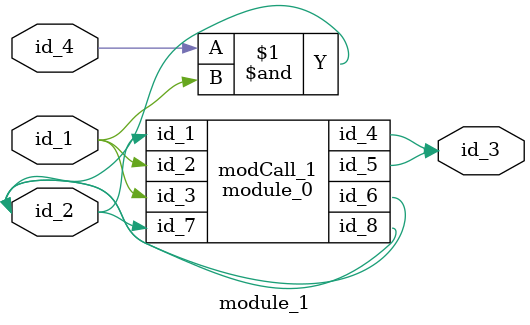
<source format=v>
module module_0 (
    id_1,
    id_2,
    id_3,
    id_4,
    id_5,
    id_6,
    id_7,
    id_8
);
  inout wire id_8;
  input wire id_7;
  output wire id_6;
  output wire id_5;
  output wire id_4;
  input wire id_3;
  input wire id_2;
  input wire id_1;
  wire id_9;
  wire id_10 = id_3;
endmodule
module module_1 (
    id_1,
    id_2,
    id_3,
    id_4
);
  inout wire id_4;
  output wire id_3;
  inout wire id_2;
  input wire id_1;
  module_0 modCall_1 (
      id_2,
      id_1,
      id_1,
      id_3,
      id_3,
      id_2,
      id_2,
      id_2
  );
  wire id_5;
  wire id_6;
  wire id_7;
  assign id_4[1] = id_5;
  integer id_8;
  wire id_9;
  and primCall (id_2, id_4, id_1);
endmodule

</source>
